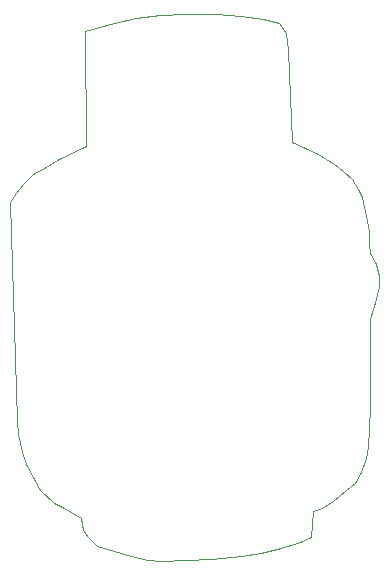
<source format=gbr>
G04 #@! TF.GenerationSoftware,KiCad,Pcbnew,7.0.2*
G04 #@! TF.CreationDate,2023-06-19T19:10:06-05:00*
G04 #@! TF.ProjectId,HankPropane2.0,48616e6b-5072-46f7-9061-6e65322e302e,rev?*
G04 #@! TF.SameCoordinates,Original*
G04 #@! TF.FileFunction,Profile,NP*
%FSLAX46Y46*%
G04 Gerber Fmt 4.6, Leading zero omitted, Abs format (unit mm)*
G04 Created by KiCad (PCBNEW 7.0.2) date 2023-06-19 19:10:06*
%MOMM*%
%LPD*%
G01*
G04 APERTURE LIST*
G04 #@! TA.AperFunction,Profile*
%ADD10C,0.100000*%
G04 #@! TD*
G04 APERTURE END LIST*
D10*
X170815000Y-86588600D02*
X170789600Y-76809600D01*
X164947600Y-90576400D02*
X165506400Y-89763600D01*
X193878200Y-90195400D02*
X194233800Y-90881200D01*
X179222400Y-75412600D02*
X181889400Y-75412600D01*
X192608200Y-88696800D02*
X193344800Y-89408000D01*
X193344800Y-89408000D02*
X193878200Y-90195400D01*
X170586400Y-119049800D02*
X170383200Y-118059200D01*
X194894200Y-95656400D02*
X195402200Y-96570800D01*
X191770000Y-116636800D02*
X190804800Y-117195600D01*
X187960000Y-78435200D02*
X188239400Y-86233000D01*
X179247800Y-121640600D02*
X177292000Y-121691400D01*
X174625000Y-121285000D02*
X173177200Y-120904000D01*
X194564000Y-92481400D02*
X194792600Y-93776800D01*
X170992800Y-119659400D02*
X170586400Y-119049800D01*
X183946800Y-121310400D02*
X181406800Y-121564400D01*
X192887600Y-115671600D02*
X191770000Y-116636800D01*
X194233800Y-90881200D02*
X194564000Y-92481400D01*
X171780200Y-120421400D02*
X170992800Y-119659400D01*
X166319200Y-88950800D02*
X167436800Y-88341200D01*
X167436800Y-88341200D02*
X168376600Y-87782400D01*
X173202600Y-76123800D02*
X175107600Y-75742800D01*
X187198000Y-76200000D02*
X187807600Y-77038200D01*
X195148200Y-100355400D02*
X194868800Y-101219000D01*
X195605400Y-97586800D02*
X195656200Y-98399600D01*
X191795400Y-88061800D02*
X192608200Y-88696800D01*
X168935400Y-117246400D02*
X168122600Y-116814600D01*
X164973000Y-109855000D02*
X164388800Y-91338400D01*
X195376800Y-99568000D02*
X195148200Y-100355400D01*
X181406800Y-121564400D02*
X179247800Y-121640600D01*
X170383200Y-118059200D02*
X168935400Y-117246400D01*
X168122600Y-116814600D02*
X166979600Y-115697000D01*
X194157600Y-114147600D02*
X193573400Y-115138200D01*
X187807600Y-77038200D02*
X187960000Y-78435200D01*
X194894200Y-108585000D02*
X194818000Y-110540800D01*
X173177200Y-120904000D02*
X171780200Y-120421400D01*
X166979600Y-115697000D02*
X166395400Y-114808000D01*
X188239400Y-86233000D02*
X190449200Y-87274400D01*
X166395400Y-114808000D02*
X165735000Y-113538000D01*
X183946800Y-75539600D02*
X185826400Y-75793600D01*
X165404800Y-112445800D02*
X165049200Y-110998000D01*
X194818000Y-110540800D02*
X194716400Y-112090200D01*
X165506400Y-89763600D02*
X166319200Y-88950800D01*
X190017400Y-117500400D02*
X189865000Y-119710200D01*
X193573400Y-115138200D02*
X192887600Y-115671600D01*
X194818000Y-94792800D02*
X194894200Y-95656400D01*
X175107600Y-75742800D02*
X177088800Y-75514200D01*
X195402200Y-96570800D02*
X195605400Y-97586800D01*
X194792600Y-93776800D02*
X194818000Y-94792800D01*
X190449200Y-87274400D02*
X191795400Y-88061800D01*
X168376600Y-87782400D02*
X170815000Y-86588600D01*
X194716400Y-112090200D02*
X194564000Y-113030000D01*
X189865000Y-119710200D02*
X188976000Y-120065800D01*
X176123600Y-121615200D02*
X174625000Y-121285000D01*
X187325000Y-120599200D02*
X185648600Y-121031000D01*
X177292000Y-121691400D02*
X176123600Y-121615200D01*
X194868800Y-101219000D02*
X194894200Y-108585000D01*
X185826400Y-75793600D02*
X187198000Y-76200000D01*
X170789600Y-76809600D02*
X173202600Y-76123800D01*
X165049200Y-110998000D02*
X164973000Y-109855000D01*
X190804800Y-117195600D02*
X190017400Y-117500400D01*
X164388800Y-91338400D02*
X164947600Y-90576400D01*
X195656200Y-98399600D02*
X195376800Y-99568000D01*
X177088800Y-75514200D02*
X179222400Y-75412600D01*
X188976000Y-120065800D02*
X187325000Y-120599200D01*
X165735000Y-113538000D02*
X165404800Y-112445800D01*
X185648600Y-121031000D02*
X183946800Y-121310400D01*
X194564000Y-113030000D02*
X194157600Y-114147600D01*
X181889400Y-75412600D02*
X183946800Y-75539600D01*
M02*

</source>
